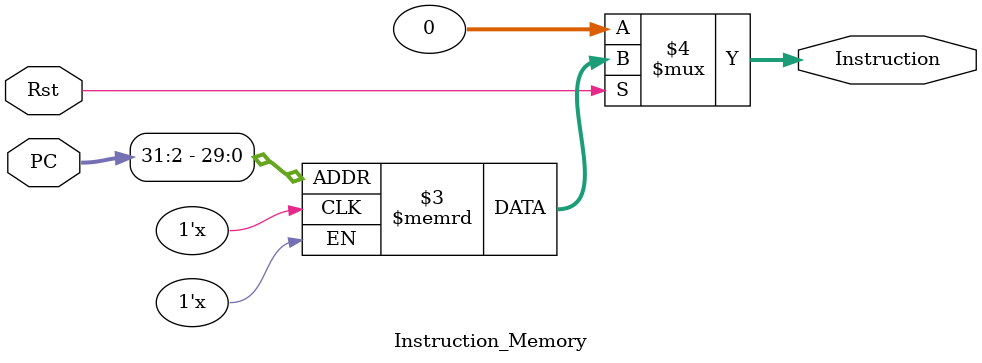
<source format=v>
`timescale 1ns / 1ps


module Instruction_Memory(
input[31:0] PC,
input Rst,
output reg [31:0] Instruction
    );
    
    reg [31:0] Instr_Mem [1023:0];
    
    always@(*) Instruction = ~Rst ? 0 : Instr_Mem[PC[31:2]];
    
    
    
  initial begin
    /* R-TYPE
    Instr_Mem[0] = 32'h00500093;
    Instr_Mem[1] = 32'h00A00113;
    Instr_Mem[2] = 32'h001101B3;
    Instr_Mem[3] = 32'h0020C233;
    Instr_Mem[4] = 32'h002092B3;
    Instr_Mem[5] = 32'h0020D333;
    Instr_Mem[6] = 32'h4020D3B3;
    Instr_Mem[7] = 32'h0060B433;
    Instr_Mem[8] = 32'h0060A4B3;
    Instr_Mem[9] = 32'h0030A523;
    Instr_Mem[10] =32'h00A0A503;*/
    
    /* I-TYPE
    Instr_Mem[0] = 32'hFFE00113;
    Instr_Mem[1] = 32'h00500093;
    Instr_Mem[2] = 32'h0070C213;
    Instr_Mem[3] = 32'h00221293;
    Instr_Mem[4] = 32'h0022D313;
    Instr_Mem[5] = 32'h4022D393;
    Instr_Mem[6] = 32'h0640B413;
    Instr_Mem[7] = 32'h0640A493;
    Instr_Mem[8] = 32'hFF610193;
    Instr_Mem[9] = 32'h0032A023;
    Instr_Mem[10] = 32'h0002A583;*/
    
        
  end
    
endmodule

</source>
